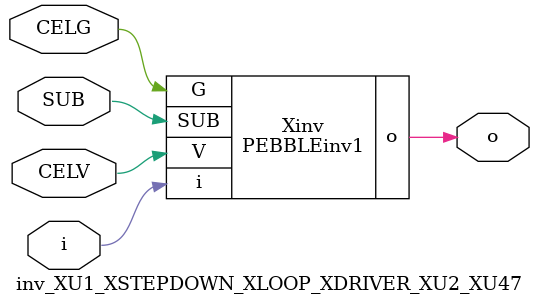
<source format=v>



module PEBBLEinv1 ( o, G, SUB, V, i );

  input V;
  input i;
  input G;
  output o;
  input SUB;
endmodule

//Celera Confidential Do Not Copy inv_XU1_XSTEPDOWN_XLOOP_XDRIVER_XU2_XU47
//Celera Confidential Symbol Generator
//5V Inverter
module inv_XU1_XSTEPDOWN_XLOOP_XDRIVER_XU2_XU47 (CELV,CELG,i,o,SUB);
input CELV;
input CELG;
input i;
input SUB;
output o;

//Celera Confidential Do Not Copy inv
PEBBLEinv1 Xinv(
.V (CELV),
.i (i),
.o (o),
.SUB (SUB),
.G (CELG)
);
//,diesize,PEBBLEinv1

//Celera Confidential Do Not Copy Module End
//Celera Schematic Generator
endmodule

</source>
